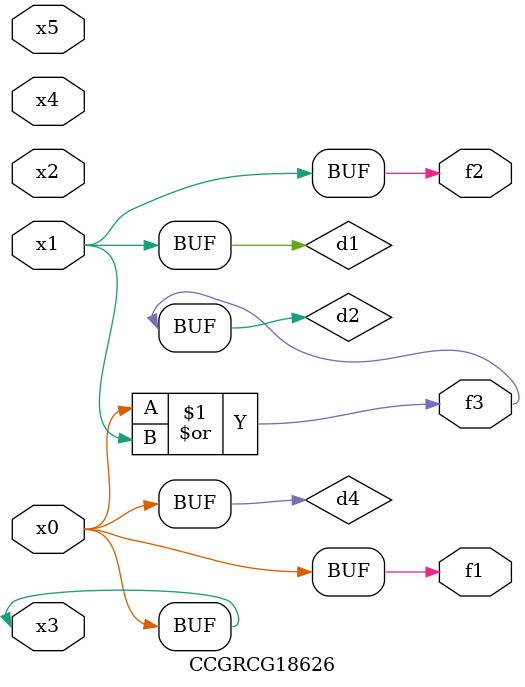
<source format=v>
module CCGRCG18626(
	input x0, x1, x2, x3, x4, x5,
	output f1, f2, f3
);

	wire d1, d2, d3, d4;

	and (d1, x1);
	or (d2, x0, x1);
	nand (d3, x0, x5);
	buf (d4, x0, x3);
	assign f1 = d4;
	assign f2 = d1;
	assign f3 = d2;
endmodule

</source>
